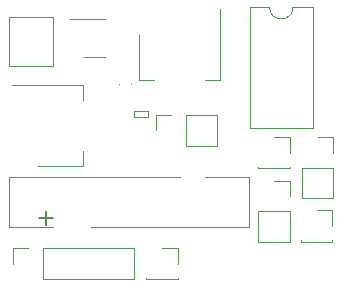
<source format=gbr>
%TF.GenerationSoftware,KiCad,Pcbnew,(5.1.6)-1*%
%TF.CreationDate,2020-10-15T17:46:37+08:00*%
%TF.ProjectId,Music_Player,4d757369-635f-4506-9c61-7965722e6b69,rev?*%
%TF.SameCoordinates,Original*%
%TF.FileFunction,Legend,Top*%
%TF.FilePolarity,Positive*%
%FSLAX46Y46*%
G04 Gerber Fmt 4.6, Leading zero omitted, Abs format (unit mm)*
G04 Created by KiCad (PCBNEW (5.1.6)-1) date 2020-10-15 17:46:37*
%MOMM*%
%LPD*%
G01*
G04 APERTURE LIST*
%ADD10C,0.120000*%
%ADD11C,0.100000*%
%ADD12C,0.150000*%
G04 APERTURE END LIST*
D10*
%TO.C,Y1*%
X21000000Y-19550000D02*
X20750000Y-19550000D01*
X20750000Y-19550000D02*
X20750000Y-19050000D01*
X20750000Y-19050000D02*
X21950000Y-19050000D01*
X21000000Y-19550000D02*
X21950000Y-19550000D01*
X21950000Y-19550000D02*
X21950000Y-19050000D01*
%TO.C,U5*%
X21190000Y-16410000D02*
X22450000Y-16410000D01*
X28010000Y-16410000D02*
X26750000Y-16410000D01*
X21190000Y-12650000D02*
X21190000Y-16410000D01*
X28010000Y-10400000D02*
X28010000Y-16410000D01*
%TO.C,U4*%
X16410000Y-23710000D02*
X16410000Y-22450000D01*
X16410000Y-16890000D02*
X16410000Y-18150000D01*
X12650000Y-23710000D02*
X16410000Y-23710000D01*
X10400000Y-16890000D02*
X16410000Y-16890000D01*
%TO.C,U3*%
X16500000Y-14510000D02*
X18300000Y-14510000D01*
X18300000Y-11290000D02*
X15350000Y-11290000D01*
%TO.C,U2*%
X32210000Y-10270000D02*
X30560000Y-10270000D01*
X30560000Y-10270000D02*
X30560000Y-20550000D01*
X30560000Y-20550000D02*
X35860000Y-20550000D01*
X35860000Y-20550000D02*
X35860000Y-10270000D01*
X35860000Y-10270000D02*
X34210000Y-10270000D01*
X34210000Y-10270000D02*
G75*
G02*
X32210000Y-10270000I-1000000J0D01*
G01*
%TO.C,L1*%
X10250000Y-15300000D02*
X13800000Y-15300000D01*
X13800000Y-15300000D02*
X13850000Y-15300000D01*
X13850000Y-15300000D02*
X13850000Y-11150000D01*
X13850000Y-11150000D02*
X13850000Y-11100000D01*
X13850000Y-11100000D02*
X10150000Y-11100000D01*
X10150000Y-11100000D02*
X10150000Y-15300000D01*
X10150000Y-15300000D02*
X10250000Y-15300000D01*
%TO.C,J7*%
X31270000Y-23930000D02*
X33930000Y-23930000D01*
X31270000Y-23810000D02*
X31270000Y-23930000D01*
X33930000Y-23810000D02*
X33930000Y-23930000D01*
X33930000Y-21270000D02*
X33930000Y-22600000D01*
X32600000Y-21270000D02*
X33930000Y-21270000D01*
%TO.C,J6*%
X34870000Y-30130000D02*
X37530000Y-30130000D01*
X34870000Y-30010000D02*
X34870000Y-30130000D01*
X37530000Y-30010000D02*
X37530000Y-30130000D01*
X37530000Y-27470000D02*
X37530000Y-28800000D01*
X36200000Y-27470000D02*
X37530000Y-27470000D01*
%TO.C,J5*%
X21770000Y-33330000D02*
X24430000Y-33330000D01*
X21770000Y-33210000D02*
X21770000Y-33330000D01*
X24430000Y-33210000D02*
X24430000Y-33330000D01*
X24430000Y-30670000D02*
X24430000Y-32000000D01*
X23100000Y-30670000D02*
X24430000Y-30670000D01*
%TO.C,J4*%
X13070000Y-33330000D02*
X13070000Y-30670000D01*
X13070000Y-33330000D02*
X20750000Y-33330000D01*
X20750000Y-33330000D02*
X20750000Y-30670000D01*
X13070000Y-30670000D02*
X20750000Y-30670000D01*
X10470000Y-30670000D02*
X11800000Y-30670000D01*
X10470000Y-32000000D02*
X10470000Y-30670000D01*
%TO.C,J3*%
X34970000Y-23870000D02*
X37630000Y-23870000D01*
X34970000Y-23870000D02*
X34970000Y-26470000D01*
X34970000Y-26470000D02*
X37630000Y-26470000D01*
X37630000Y-23870000D02*
X37630000Y-26470000D01*
X37630000Y-21270000D02*
X37630000Y-22600000D01*
X36300000Y-21270000D02*
X37630000Y-21270000D01*
%TO.C,J2*%
X31270000Y-27570000D02*
X33930000Y-27570000D01*
X31270000Y-27570000D02*
X31270000Y-30170000D01*
X31270000Y-30170000D02*
X33930000Y-30170000D01*
X33930000Y-27570000D02*
X33930000Y-30170000D01*
X33930000Y-24970000D02*
X33930000Y-26300000D01*
X32600000Y-24970000D02*
X33930000Y-24970000D01*
%TO.C,J1*%
X25170000Y-22030000D02*
X25170000Y-19370000D01*
X25170000Y-22030000D02*
X27770000Y-22030000D01*
X27770000Y-22030000D02*
X27770000Y-19370000D01*
X25170000Y-19370000D02*
X27770000Y-19370000D01*
X22570000Y-19370000D02*
X23900000Y-19370000D01*
X22570000Y-20700000D02*
X22570000Y-19370000D01*
D11*
%TO.C,D3*%
X20550000Y-16790000D02*
G75*
G03*
X20550000Y-16790000I-50000J0D01*
G01*
%TO.C,D2*%
X19550000Y-16790000D02*
G75*
G03*
X19550000Y-16790000I-50000J0D01*
G01*
D10*
%TO.C,BT1*%
X10165000Y-24640000D02*
X24610000Y-24640000D01*
X26730000Y-24640000D02*
X30485000Y-24640000D01*
X30485000Y-24640000D02*
X30485000Y-28910000D01*
X10165000Y-24640000D02*
X10165000Y-28910000D01*
X10165000Y-28910000D02*
X13890000Y-28910000D01*
X17110000Y-28910000D02*
X30485000Y-28910000D01*
D12*
X12728571Y-28107142D02*
X13871428Y-28107142D01*
X13300000Y-28678571D02*
X13300000Y-27535714D01*
%TD*%
M02*

</source>
